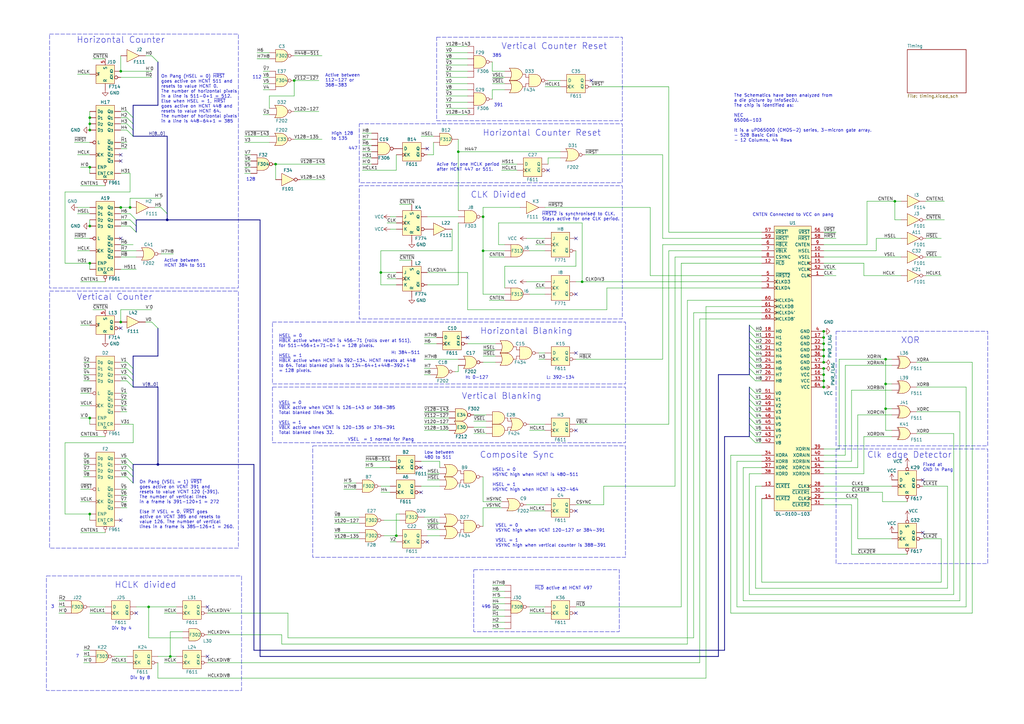
<source format=kicad_sch>
(kicad_sch (version 20231120) (generator "eeschema") (generator_version "8.0")
  (paper "A3")
  (title_block (title "Capcom DL-010D-103") (date "2025-09-18") (company "Ulf Skutnabba, twitter: @skutis77"))
  (junction (at 113.03 67.31))
  (junction (at 337.82 148.59))
  (junction (at 337.82 153.67))
  (junction (at 49.53 29.21))
  (junction (at 337.82 138.43))
  (junction (at 36.83 92.71))
  (junction (at 187.96 62.23))
  (junction (at 68.58 90.17))
  (junction (at 69.85 269.24))
  (junction (at 198.12 102.87))
  (junction (at 337.82 151.13))
  (junction (at 337.82 156.21))
  (junction (at 36.83 50.8))
  (junction (at 337.82 146.05))
  (junction (at 238.76 115.57))
  (junction (at 156.21 111.76))
  (junction (at 36.83 48.26))
  (junction (at 64.77 190.5))
  (junction (at 49.53 132.08))
  (junction (at 49.53 85.09))
  (junction (at 36.83 210.82))
  (junction (at 36.83 53.34))
  (junction (at 337.82 140.97))
  (junction (at 60.96 248.92))
  (junction (at 36.83 107.95))
  (junction (at 53.34 85.09))
  (junction (at 36.83 68.58))
  (junction (at 120.65 33.02))
  (junction (at 337.82 158.75))
  (junction (at 337.82 135.89))
  (junction (at 337.82 143.51))
  (junction (at 363.22 147.32))
  (junction (at 363.22 157.48))
  (junction (at 363.22 167.64))
  (junction (at 367.03 82.55))
  (junction (at 36.83 171.45))
  (junction (at 162.56 219.71))
  (junction (at 198.12 88.9))
  (no_connect (at 49.53 97.79))
  (no_connect (at 49.53 134.62))
  (no_connect (at 236.22 144.78))
  (no_connect (at 172.72 201.93))
  (no_connect (at 236.22 120.65))
  (no_connect (at 49.53 213.36))
  (no_connect (at 85.09 269.24))
  (no_connect (at 236.22 97.79))
  (no_connect (at 49.53 66.04))
  (no_connect (at 172.72 191.77))
  (no_connect (at 175.26 60.96))
  (no_connect (at 224.79 69.85))
  (no_connect (at 378.46 218.44))
  (no_connect (at 236.22 176.53))
  (no_connect (at 378.46 196.85))
  (no_connect (at 49.53 63.5))
  (no_connect (at 85.09 248.92))
  (no_connect (at 236.22 209.55))
  (no_connect (at 55.88 251.46))
  (no_connect (at 175.26 222.25))
  (no_connect (at 191.77 138.43))
  (no_connect (at 242.57 33.02))
  (no_connect (at 236.22 251.46))
  (bus_entry (at 307.34 171.45) (size 2.54 2.54))
  (bus_entry (at 307.34 143.51) (size 2.54 2.54))
  (bus_entry (at 307.34 176.53) (size 2.54 2.54))
  (bus_entry (at 307.34 166.37) (size 2.54 2.54))
  (bus_entry (at 52.07 48.26) (size 2.54 2.54))
  (bus_entry (at 307.34 161.29) (size 2.54 2.54))
  (bus_entry (at 52.07 153.67) (size 2.54 2.54))
  (bus_entry (at 62.23 22.86) (size 2.54 2.54))
  (bus_entry (at 52.07 156.21) (size 2.54 2.54))
  (bus_entry (at 52.07 148.59) (size 2.54 2.54))
  (bus_entry (at 62.23 132.08) (size 2.54 2.54))
  (bus_entry (at 307.34 163.83) (size 2.54 2.54))
  (bus_entry (at 53.34 92.71) (size 2.54 2.54))
  (bus_entry (at 307.34 135.89) (size 2.54 2.54))
  (bus_entry (at 52.07 50.8) (size 2.54 2.54))
  (bus_entry (at 307.34 138.43) (size 2.54 2.54))
  (bus_entry (at 307.34 140.97) (size 2.54 2.54))
  (bus_entry (at 307.34 146.05) (size 2.54 2.54))
  (bus_entry (at 53.34 87.63) (size 2.54 2.54))
  (bus_entry (at 307.34 168.91) (size 2.54 2.54))
  (bus_entry (at 52.07 190.5) (size 2.54 2.54))
  (bus_entry (at 307.34 151.13) (size 2.54 2.54))
  (bus_entry (at 307.34 173.99) (size 2.54 2.54))
  (bus_entry (at 52.07 45.72) (size 2.54 2.54))
  (bus_entry (at 52.07 53.34) (size 2.54 2.54))
  (bus_entry (at 307.34 158.75) (size 2.54 2.54))
  (bus_entry (at 52.07 187.96) (size 2.54 2.54))
  (bus_entry (at 307.34 153.67) (size 2.54 2.54))
  (bus_entry (at 53.34 90.17) (size 2.54 2.54))
  (bus_entry (at 52.07 195.58) (size 2.54 2.54))
  (bus_entry (at 307.34 148.59) (size 2.54 2.54))
  (bus_entry (at 52.07 193.04) (size 2.54 2.54))
  (bus_entry (at 52.07 151.13) (size 2.54 2.54))
  (bus_entry (at 307.34 179.07) (size 2.54 2.54))
  (bus_entry (at 66.04 85.09) (size 2.54 2.54))
  (bus_entry (at 307.34 133.35) (size 2.54 2.54))
  (wire (pts (xy 123.19 73.66) (xy 133.35 73.66)))
  (wire (pts (xy 274.32 35.56) (xy 274.32 95.25)))
  (wire (pts (xy 107.95 29.21) (xy 110.49 29.21)))
  (wire (pts (xy 220.98 147.32) (xy 223.52 147.32)))
  (wire (pts (xy 85.09 271.78) (xy 287.02 271.78)))
  (wire (pts (xy 100.33 58.42) (xy 110.49 58.42)))
  (wire (pts (xy 351.79 204.47) (xy 351.79 220.98)))
  (bus (pts (xy 307.34 151.13) (xy 307.34 153.67)))
  (wire (pts (xy 173.99 176.53) (xy 184.15 176.53)))
  (bus (pts (xy 64.77 146.05) (xy 54.61 146.05)))
  (wire (pts (xy 26.67 210.82) (xy 36.83 210.82)))
  (wire (pts (xy 49.53 29.21) (xy 49.53 22.86)))
  (wire (pts (xy 163.83 106.68) (xy 168.91 106.68)))
  (bus (pts (xy 307.34 176.53) (xy 307.34 179.07)))
  (wire (pts (xy 304.8 191.77) (xy 312.42 191.77)))
  (wire (pts (xy 337.82 110.49) (xy 342.9 110.49)))
  (bus (pts (xy 307.34 163.83) (xy 307.34 166.37)))
  (wire (pts (xy 185.42 102.87) (xy 156.21 102.87)))
  (bus (pts (xy 54.61 48.26) (xy 54.61 50.8)))
  (wire (pts (xy 207.01 102.87) (xy 198.12 102.87)))
  (wire (pts (xy 217.17 209.55) (xy 223.52 209.55)))
  (wire (pts (xy 351.79 170.18) (xy 365.76 170.18)))
  (wire (pts (xy 224.79 33.02) (xy 229.87 33.02)))
  (wire (pts (xy 33.02 200.66) (xy 36.83 200.66)))
  (wire (pts (xy 162.56 210.82) (xy 162.56 219.71)))
  (wire (pts (xy 100.33 66.04) (xy 102.87 66.04)))
  (wire (pts (xy 34.29 148.59) (xy 36.83 148.59)))
  (wire (pts (xy 137.16 214.63) (xy 147.32 214.63)))
  (wire (pts (xy 363.22 176.53) (xy 363.22 167.64)))
  (wire (pts (xy 60.96 248.92) (xy 72.39 248.92)))
  (wire (pts (xy 45.72 271.78) (xy 52.07 271.78)))
  (wire (pts (xy 31.75 30.48) (xy 36.83 30.48)))
  (wire (pts (xy 63.5 85.09) (xy 66.04 85.09)))
  (wire (pts (xy 398.78 251.46) (xy 299.72 251.46)))
  (bus (pts (xy 64.77 43.18) (xy 54.61 43.18)))
  (wire (pts (xy 149.86 191.77) (xy 160.02 191.77)))
  (bus (pts (xy 68.58 55.88) (xy 68.58 87.63)))
  (wire (pts (xy 137.16 218.44) (xy 147.32 218.44)))
  (wire (pts (xy 120.65 33.02) (xy 130.81 33.02)))
  (wire (pts (xy 175.26 194.31) (xy 180.34 194.31)))
  (wire (pts (xy 365.76 167.64) (xy 363.22 167.64)))
  (wire (pts (xy 34.29 156.21) (xy 36.83 156.21)))
  (wire (pts (xy 378.46 199.39) (xy 388.62 199.39)))
  (wire (pts (xy 175.26 116.84) (xy 187.96 116.84)))
  (wire (pts (xy 375.92 158.75) (xy 396.24 158.75)))
  (wire (pts (xy 173.99 171.45) (xy 184.15 171.45)))
  (bus (pts (xy 68.58 90.17) (xy 55.88 90.17)))
  (wire (pts (xy 107.95 31.75) (xy 110.49 31.75)))
  (wire (pts (xy 355.6 100.33) (xy 355.6 82.55)))
  (wire (pts (xy 182.88 21.59) (xy 191.77 21.59)))
  (wire (pts (xy 49.53 58.42) (xy 52.07 58.42)))
  (wire (pts (xy 309.88 181.61) (xy 312.42 181.61)))
  (wire (pts (xy 351.79 170.18) (xy 351.79 191.77)))
  (wire (pts (xy 299.72 251.46) (xy 299.72 186.69)))
  (wire (pts (xy 64.77 271.78) (xy 64.77 278.13)))
  (wire (pts (xy 185.42 93.98) (xy 185.42 102.87)))
  (bus (pts (xy 307.34 161.29) (xy 307.34 163.83)))
  (wire (pts (xy 312.42 118.11) (xy 248.92 118.11)))
  (wire (pts (xy 113.03 67.31) (xy 113.03 73.66)))
  (bus (pts (xy 307.34 138.43) (xy 307.34 140.97)))
  (wire (pts (xy 187.96 62.23) (xy 187.96 57.15)))
  (wire (pts (xy 355.6 82.55) (xy 367.03 82.55)))
  (wire (pts (xy 363.22 147.32) (xy 363.22 157.48)))
  (wire (pts (xy 337.82 138.43) (xy 337.82 140.97)))
  (wire (pts (xy 49.53 92.71) (xy 53.34 92.71)))
  (wire (pts (xy 49.53 148.59) (xy 52.07 148.59)))
  (bus (pts (xy 54.61 158.75) (xy 64.77 158.75)))
  (wire (pts (xy 49.53 132.08) (xy 49.53 127)))
  (wire (pts (xy 346.71 149.86) (xy 365.76 149.86)))
  (wire (pts (xy 386.08 238.76) (xy 312.42 238.76)))
  (wire (pts (xy 337.82 146.05) (xy 337.82 148.59)))
  (wire (pts (xy 271.78 100.33) (xy 271.78 147.32)))
  (wire (pts (xy 34.29 195.58) (xy 36.83 195.58)))
  (wire (pts (xy 172.72 189.23) (xy 180.34 189.23)))
  (wire (pts (xy 173.99 173.99) (xy 184.15 173.99)))
  (wire (pts (xy 173.99 147.32) (xy 187.96 147.32)))
  (wire (pts (xy 49.53 45.72) (xy 52.07 45.72)))
  (wire (pts (xy 337.82 207.01) (xy 349.25 207.01)))
  (wire (pts (xy 180.34 189.23) (xy 180.34 191.77)))
  (bus (pts (xy 54.61 193.04) (xy 54.61 195.58)))
  (wire (pts (xy 201.93 250.19) (xy 207.01 250.19)))
  (bus (pts (xy 68.58 90.17) (xy 106.68 90.17)))
  (wire (pts (xy 26.67 78.74) (xy 26.67 107.95)))
  (wire (pts (xy 289.56 278.13) (xy 289.56 125.73)))
  (wire (pts (xy 309.88 146.05) (xy 312.42 146.05)))
  (wire (pts (xy 162.56 69.85) (xy 162.56 63.5)))
  (bus (pts (xy 307.34 168.91) (xy 307.34 171.45)))
  (bus (pts (xy 54.61 55.88) (xy 68.58 55.88)))
  (wire (pts (xy 349.25 160.02) (xy 365.76 160.02)))
  (wire (pts (xy 148.59 57.15) (xy 152.4 57.15)))
  (wire (pts (xy 182.88 31.75) (xy 191.77 31.75)))
  (bus (pts (xy 55.88 90.17) (xy 55.88 92.71)))
  (wire (pts (xy 182.88 19.05) (xy 191.77 19.05)))
  (wire (pts (xy 302.26 248.92) (xy 302.26 189.23)))
  (bus (pts (xy 54.61 151.13) (xy 54.61 153.67)))
  (bus (pts (xy 54.61 53.34) (xy 54.61 55.88)))
  (wire (pts (xy 163.83 83.82) (xy 168.91 83.82)))
  (wire (pts (xy 207.01 109.22) (xy 207.01 118.11)))
  (wire (pts (xy 281.94 264.16) (xy 115.57 264.16)))
  (wire (pts (xy 187.96 116.84) (xy 187.96 91.44)))
  (wire (pts (xy 236.22 102.87) (xy 236.22 109.22)))
  (wire (pts (xy 287.02 271.78) (xy 287.02 130.81)))
  (wire (pts (xy 372.11 227.33) (xy 349.25 227.33)))
  (wire (pts (xy 276.86 105.41) (xy 312.42 105.41)))
  (bus (pts (xy 307.34 140.97) (xy 307.34 143.51)))
  (wire (pts (xy 217.17 176.53) (xy 223.52 176.53)))
  (wire (pts (xy 26.67 181.61) (xy 26.67 210.82)))
  (bus (pts (xy 55.88 92.71) (xy 55.88 95.25)))
  (wire (pts (xy 49.53 168.91) (xy 52.07 168.91)))
  (wire (pts (xy 85.09 260.35) (xy 115.57 260.35)))
  (wire (pts (xy 66.04 104.14) (xy 71.12 104.14)))
  (wire (pts (xy 198.12 208.28) (xy 198.12 215.9)))
  (wire (pts (xy 289.56 125.73) (xy 312.42 125.73)))
  (wire (pts (xy 213.36 85.09) (xy 198.12 85.09)))
  (wire (pts (xy 304.8 246.38) (xy 304.8 191.77)))
  (wire (pts (xy 309.88 140.97) (xy 312.42 140.97)))
  (wire (pts (xy 175.26 63.5) (xy 177.8 63.5)))
  (wire (pts (xy 53.34 85.09) (xy 53.34 81.28)))
  (wire (pts (xy 386.08 220.98) (xy 386.08 238.76)))
  (wire (pts (xy 201.93 247.65) (xy 207.01 247.65)))
  (wire (pts (xy 274.32 102.87) (xy 312.42 102.87)))
  (wire (pts (xy 54.61 173.99) (xy 54.61 181.61)))
  (wire (pts (xy 367.03 90.17) (xy 367.03 82.55)))
  (wire (pts (xy 281.94 123.19) (xy 281.94 264.16)))
  (wire (pts (xy 217.17 173.99) (xy 223.52 173.99)))
  (wire (pts (xy 337.82 201.93) (xy 361.95 201.93)))
  (wire (pts (xy 215.9 115.57) (xy 223.52 115.57)))
  (wire (pts (xy 140.97 200.66) (xy 146.05 200.66)))
  (wire (pts (xy 309.88 199.39) (xy 312.42 199.39)))
  (wire (pts (xy 307.34 243.84) (xy 307.34 194.31)))
  (wire (pts (xy 309.88 176.53) (xy 312.42 176.53)))
  (wire (pts (xy 220.98 144.78) (xy 223.52 144.78)))
  (wire (pts (xy 162.56 210.82) (xy 163.83 210.82)))
  (bus (pts (xy 307.34 135.89) (xy 307.34 138.43)))
  (wire (pts (xy 309.88 156.21) (xy 312.42 156.21)))
  (wire (pts (xy 186.69 152.4) (xy 187.96 152.4)))
  (wire (pts (xy 173.99 212.09) (xy 180.34 212.09)))
  (wire (pts (xy 337.82 95.25) (xy 342.9 95.25)))
  (wire (pts (xy 238.76 115.57) (xy 312.42 115.57)))
  (wire (pts (xy 49.53 151.13) (xy 52.07 151.13)))
  (wire (pts (xy 236.22 173.99) (xy 274.32 173.99)))
  (wire (pts (xy 49.53 105.41) (xy 55.88 105.41)))
  (wire (pts (xy 36.83 210.82) (xy 36.83 213.36)))
  (wire (pts (xy 309.88 135.89) (xy 312.42 135.89)))
  (wire (pts (xy 217.17 251.46) (xy 223.52 251.46)))
  (wire (pts (xy 177.8 58.42) (xy 177.8 63.5)))
  (wire (pts (xy 34.29 190.5) (xy 36.83 190.5)))
  (wire (pts (xy 34.29 269.24) (xy 36.83 269.24)))
  (wire (pts (xy 375.92 148.59) (xy 398.78 148.59)))
  (wire (pts (xy 396.24 248.92) (xy 302.26 248.92)))
  (wire (pts (xy 36.83 50.8) (xy 36.83 53.34)))
  (wire (pts (xy 182.88 41.91) (xy 191.77 41.91)))
  (wire (pts (xy 201.93 25.4) (xy 201.93 29.21)))
  (wire (pts (xy 49.53 60.96) (xy 52.07 60.96)))
  (wire (pts (xy 344.17 184.15) (xy 344.17 147.32)))
  (wire (pts (xy 198.12 146.05) (xy 203.2 146.05)))
  (wire (pts (xy 205.74 67.31) (xy 212.09 67.31)))
  (wire (pts (xy 107.95 36.83) (xy 110.49 36.83)))
  (wire (pts (xy 140.97 198.12) (xy 146.05 198.12)))
  (wire (pts (xy 299.72 186.69) (xy 312.42 186.69)))
  (wire (pts (xy 118.11 261.62) (xy 284.48 261.62)))
  (wire (pts (xy 201.93 29.21) (xy 207.01 29.21)))
  (wire (pts (xy 194.31 177.8) (xy 199.39 177.8)))
  (wire (pts (xy 312.42 128.27) (xy 284.48 128.27)))
  (bus (pts (xy 297.18 179.07) (xy 307.34 179.07)))
  (wire (pts (xy 53.34 78.74) (xy 26.67 78.74)))
  (wire (pts (xy 351.79 191.77) (xy 337.82 191.77)))
  (wire (pts (xy 24.13 246.38) (xy 26.67 246.38)))
  (wire (pts (xy 31.75 63.5) (xy 36.83 63.5)))
  (wire (pts (xy 271.78 63.5) (xy 271.78 97.79)))
  (wire (pts (xy 49.53 71.12) (xy 53.34 71.12)))
  (bus (pts (xy 64.77 190.5) (xy 54.61 190.5)))
  (bus (pts (xy 307.34 171.45) (xy 307.34 173.99)))
  (wire (pts (xy 173.99 153.67) (xy 176.53 153.67)))
  (wire (pts (xy 276.86 199.39) (xy 276.86 105.41)))
  (wire (pts (xy 118.11 251.46) (xy 118.11 261.62)))
  (wire (pts (xy 74.93 261.62) (xy 60.96 261.62)))
  (wire (pts (xy 309.88 179.07) (xy 312.42 179.07)))
  (wire (pts (xy 34.29 266.7) (xy 36.83 266.7)))
  (wire (pts (xy 398.78 148.59) (xy 398.78 251.46)))
  (wire (pts (xy 223.52 85.09) (xy 266.7 85.09)))
  (wire (pts (xy 191.77 140.97) (xy 203.2 140.97)))
  (wire (pts (xy 49.53 200.66) (xy 52.07 200.66)))
  (wire (pts (xy 49.53 127) (xy 62.23 127)))
  (wire (pts (xy 60.96 261.62) (xy 60.96 248.92)))
  (wire (pts (xy 302.26 189.23) (xy 312.42 189.23)))
  (wire (pts (xy 200.66 123.19) (xy 207.01 123.19)))
  (wire (pts (xy 107.95 34.29) (xy 110.49 34.29)))
  (wire (pts (xy 158.75 114.3) (xy 162.56 114.3)))
  (wire (pts (xy 337.82 184.15) (xy 344.17 184.15)))
  (wire (pts (xy 49.53 193.04) (xy 52.07 193.04)))
  (wire (pts (xy 36.83 171.45) (xy 36.83 173.99)))
  (wire (pts (xy 49.53 195.58) (xy 52.07 195.58)))
  (wire (pts (xy 69.85 259.08) (xy 69.85 269.24)))
  (wire (pts (xy 148.59 69.85) (xy 162.56 69.85)))
  (wire (pts (xy 217.17 120.65) (xy 223.52 120.65)))
  (wire (pts (xy 309.88 163.83) (xy 312.42 163.83)))
  (bus (pts (xy 54.61 146.05) (xy 54.61 151.13)))
  (wire (pts (xy 173.99 151.13) (xy 176.53 151.13)))
  (wire (pts (xy 49.53 205.74) (xy 52.07 205.74)))
  (wire (pts (xy 379.73 90.17) (xy 387.35 90.17)))
  (wire (pts (xy 201.93 252.73) (xy 207.01 252.73)))
  (wire (pts (xy 36.83 45.72) (xy 36.83 48.26)))
  (bus (pts (xy 307.34 166.37) (xy 307.34 168.91)))
  (bus (pts (xy 64.77 158.75) (xy 64.77 190.5)))
  (wire (pts (xy 198.12 208.28) (xy 205.74 208.28)))
  (wire (pts (xy 375.92 177.8) (xy 391.16 177.8)))
  (wire (pts (xy 205.74 69.85) (xy 212.09 69.85)))
  (wire (pts (xy 33.02 68.58) (xy 36.83 68.58)))
  (wire (pts (xy 198.12 120.65) (xy 198.12 102.87)))
  (wire (pts (xy 247.65 199.39) (xy 276.86 199.39)))
  (wire (pts (xy 349.25 189.23) (xy 337.82 189.23)))
  (wire (pts (xy 365.76 176.53) (xy 363.22 176.53)))
  (wire (pts (xy 34.29 153.67) (xy 36.83 153.67)))
  (wire (pts (xy 64.77 278.13) (xy 289.56 278.13)))
  (wire (pts (xy 224.79 67.31) (xy 224.79 64.77)))
  (wire (pts (xy 309.88 161.29) (xy 312.42 161.29)))
  (bus (pts (xy 54.61 156.21) (xy 54.61 158.75)))
  (wire (pts (xy 312.42 204.47) (xy 312.42 238.76)))
  (wire (pts (xy 36.83 248.92) (xy 43.18 248.92)))
  (wire (pts (xy 312.42 100.33) (xy 271.78 100.33)))
  (wire (pts (xy 156.21 199.39) (xy 160.02 199.39)))
  (wire (pts (xy 113.03 67.31) (xy 133.35 67.31)))
  (wire (pts (xy 363.22 157.48) (xy 365.76 157.48)))
  (wire (pts (xy 100.33 63.5) (xy 102.87 63.5)))
  (wire (pts (xy 49.53 50.8) (xy 52.07 50.8)))
  (bus (pts (xy 297.18 179.07) (xy 297.18 266.7)))
  (wire (pts (xy 367.03 82.55) (xy 369.57 82.55)))
  (wire (pts (xy 49.53 90.17) (xy 53.34 90.17)))
  (wire (pts (xy 173.99 168.91) (xy 184.15 168.91)))
  (wire (pts (xy 219.71 100.33) (xy 223.52 100.33)))
  (wire (pts (xy 34.29 151.13) (xy 36.83 151.13)))
  (wire (pts (xy 354.33 113.03) (xy 354.33 107.95)))
  (wire (pts (xy 266.7 113.03) (xy 312.42 113.03)))
  (wire (pts (xy 115.57 264.16) (xy 115.57 260.35)))
  (wire (pts (xy 55.88 248.92) (xy 60.96 248.92)))
  (bus (pts (xy 307.34 148.59) (xy 307.34 151.13)))
  (wire (pts (xy 238.76 91.44) (xy 238.76 115.57)))
  (wire (pts (xy 217.17 248.92) (xy 223.52 248.92)))
  (wire (pts (xy 49.53 161.29) (xy 52.07 161.29)))
  (wire (pts (xy 393.7 168.91) (xy 393.7 246.38)))
  (wire (pts (xy 248.92 127) (xy 191.77 127)))
  (wire (pts (xy 53.34 71.12) (xy 53.34 78.74)))
  (wire (pts (xy 266.7 85.09) (xy 266.7 113.03)))
  (wire (pts (xy 175.26 214.63) (xy 180.34 214.63)))
  (wire (pts (xy 337.82 156.21) (xy 337.82 158.75)))
  (bus (pts (xy 54.61 50.8) (xy 54.61 53.34)))
  (wire (pts (xy 201.93 34.29) (xy 207.01 34.29)))
  (wire (pts (xy 201.93 40.64) (xy 201.93 36.83)))
  (bus (pts (xy 104.14 266.7) (xy 297.18 266.7)))
  (wire (pts (xy 26.67 107.95) (xy 36.83 107.95)))
  (wire (pts (xy 110.49 39.37) (xy 110.49 44.45)))
  (wire (pts (xy 33.02 179.07) (xy 43.18 179.07)))
  (wire (pts (xy 236.22 115.57) (xy 238.76 115.57)))
  (wire (pts (xy 236.22 207.01) (xy 247.65 207.01)))
  (wire (pts (xy 148.59 67.31) (xy 152.4 67.31)))
  (wire (pts (xy 337.82 135.89) (xy 337.82 138.43)))
  (wire (pts (xy 187.96 62.23) (xy 229.87 62.23)))
  (wire (pts (xy 274.32 173.99) (xy 274.32 102.87)))
  (wire (pts (xy 160.02 88.9) (xy 162.56 88.9)))
  (wire (pts (xy 388.62 199.39) (xy 388.62 241.3)))
  (wire (pts (xy 34.29 193.04) (xy 36.83 193.04)))
  (wire (pts (xy 49.53 31.75) (xy 62.23 31.75)))
  (wire (pts (xy 34.29 187.96) (xy 36.83 187.96)))
  (bus (pts (xy 307.34 143.51) (xy 307.34 146.05)))
  (wire (pts (xy 33.02 76.2) (xy 43.18 76.2)))
  (wire (pts (xy 279.4 248.92) (xy 279.4 107.95)))
  (wire (pts (xy 309.88 171.45) (xy 312.42 171.45)))
  (wire (pts (xy 236.22 248.92) (xy 279.4 248.92)))
  (wire (pts (xy 312.42 123.19) (xy 281.94 123.19)))
  (wire (pts (xy 201.93 257.81) (xy 207.01 257.81)))
  (wire (pts (xy 175.26 217.17) (xy 180.34 217.17)))
  (wire (pts (xy 309.88 199.39) (xy 309.88 241.3)))
  (wire (pts (xy 100.33 71.12) (xy 102.87 71.12)))
  (wire (pts (xy 248.92 118.11) (xy 248.92 127)))
  (wire (pts (xy 354.33 179.07) (xy 354.33 194.31)))
  (wire (pts (xy 173.99 138.43) (xy 179.07 138.43)))
  (bus (pts (xy 307.34 173.99) (xy 307.34 176.53)))
  (bus (pts (xy 104.14 190.5) (xy 64.77 190.5)))
  (wire (pts (xy 201.93 31.75) (xy 207.01 31.75)))
  (wire (pts (xy 388.62 241.3) (xy 309.88 241.3)))
  (wire (pts (xy 182.88 46.99) (xy 191.77 46.99)))
  (bus (pts (xy 54.61 190.5) (xy 54.61 193.04)))
  (wire (pts (xy 49.53 110.49) (xy 55.88 110.49)))
  (wire (pts (xy 148.59 54.61) (xy 152.4 54.61)))
  (wire (pts (xy 309.88 138.43) (xy 312.42 138.43)))
  (wire (pts (xy 156.21 111.76) (xy 156.21 116.84)))
  (wire (pts (xy 156.21 111.76) (xy 162.56 111.76)))
  (wire (pts (xy 137.16 220.98) (xy 147.32 220.98)))
  (wire (pts (xy 74.93 259.08) (xy 69.85 259.08)))
  (wire (pts (xy 346.71 149.86) (xy 346.71 186.69)))
  (wire (pts (xy 194.31 170.18) (xy 199.39 170.18)))
  (wire (pts (xy 309.88 173.99) (xy 312.42 173.99)))
  (wire (pts (xy 36.83 48.26) (xy 36.83 50.8)))
  (bus (pts (xy 106.68 269.24) (xy 294.64 269.24)))
  (wire (pts (xy 158.75 91.44) (xy 162.56 91.44)))
  (wire (pts (xy 85.09 251.46) (xy 118.11 251.46)))
  (wire (pts (xy 309.88 153.67) (xy 312.42 153.67)))
  (wire (pts (xy 198.12 148.59) (xy 203.2 148.59)))
  (wire (pts (xy 200.66 105.41) (xy 207.01 105.41)))
  (bus (pts (xy 294.64 153.67) (xy 294.64 269.24)))
  (wire (pts (xy 379.73 82.55) (xy 387.35 82.55)))
  (wire (pts (xy 149.86 189.23) (xy 160.02 189.23)))
  (wire (pts (xy 182.88 36.83) (xy 191.77 36.83)))
  (bus (pts (xy 68.58 87.63) (xy 68.58 90.17)))
  (wire (pts (xy 247.65 207.01) (xy 247.65 199.39)))
  (wire (pts (xy 182.88 24.13) (xy 191.77 24.13)))
  (wire (pts (xy 215.9 207.01) (xy 223.52 207.01)))
  (wire (pts (xy 191.77 111.76) (xy 191.77 127)))
  (wire (pts (xy 393.7 246.38) (xy 304.8 246.38)))
  (wire (pts (xy 194.31 175.26) (xy 199.39 175.26)))
  (bus (pts (xy 64.77 134.62) (xy 64.77 146.05)))
  (wire (pts (xy 367.03 90.17) (xy 369.57 90.17)))
  (wire (pts (xy 24.13 248.92) (xy 26.67 248.92)))
  (wire (pts (xy 46.99 269.24) (xy 52.07 269.24)))
  (wire (pts (xy 198.12 85.09) (xy 198.12 88.9)))
  (wire (pts (xy 242.57 35.56) (xy 274.32 35.56)))
  (wire (pts (xy 351.79 220.98) (xy 365.76 220.98)))
  (wire (pts (xy 120.65 22.86) (xy 132.08 22.86)))
  (wire (pts (xy 172.72 55.88) (xy 177.8 55.88)))
  (wire (pts (xy 107.95 46.99) (xy 110.49 46.99)))
  (wire (pts (xy 359.41 97.79) (xy 359.41 102.87)))
  (wire (pts (xy 46.99 85.09) (xy 49.53 85.09)))
  (wire (pts (xy 204.47 100.33) (xy 207.01 100.33)))
  (wire (pts (xy 307.34 194.31) (xy 312.42 194.31)))
  (wire (pts (xy 182.88 39.37) (xy 191.77 39.37)))
  (wire (pts (xy 236.22 109.22) (xy 207.01 109.22)))
  (wire (pts (xy 201.93 255.27) (xy 207.01 255.27)))
  (wire (pts (xy 238.76 91.44) (xy 204.47 91.44)))
  (wire (pts (xy 100.33 68.58) (xy 102.87 68.58)))
  (wire (pts (xy 36.83 251.46) (xy 43.18 251.46)))
  (wire (pts (xy 337.82 153.67) (xy 337.82 156.21)))
  (wire (pts (xy 236.22 147.32) (xy 271.78 147.32)))
  (wire (pts (xy 49.53 102.87) (xy 55.88 102.87)))
  (wire (pts (xy 33.02 218.44) (xy 43.18 218.44)))
  (wire (pts (xy 349.25 160.02) (xy 349.25 189.23)))
  (wire (pts (xy 67.31 251.46) (xy 72.39 251.46)))
  (wire (pts (xy 148.59 62.23) (xy 152.4 62.23)))
  (wire (pts (xy 36.83 90.17) (xy 36.83 92.71)))
  (bus (pts (xy 54.61 195.58) (xy 54.61 198.12)))
  (wire (pts (xy 59.69 132.08) (xy 62.23 132.08)))
  (wire (pts (xy 173.99 140.97) (xy 179.07 140.97)))
  (wire (pts (xy 49.53 53.34) (xy 52.07 53.34)))
  (wire (pts (xy 205.74 205.74) (xy 198.12 205.74)))
  (wire (pts (xy 201.93 36.83) (xy 207.01 36.83)))
  (wire (pts (xy 157.48 219.71) (xy 162.56 219.71)))
  (wire (pts (xy 363.22 167.64) (xy 363.22 157.48)))
  (wire (pts (xy 148.59 59.69) (xy 152.4 59.69)))
  (wire (pts (xy 274.32 95.25) (xy 312.42 95.25)))
  (wire (pts (xy 337.82 204.47) (xy 351.79 204.47)))
  (wire (pts (xy 49.53 85.09) (xy 53.34 85.09)))
  (wire (pts (xy 49.53 190.5) (xy 52.07 190.5)))
  (wire (pts (xy 346.71 186.69) (xy 337.82 186.69)))
  (wire (pts (xy 361.95 201.93) (xy 361.95 205.74)))
  (wire (pts (xy 54.61 173.99) (xy 49.53 173.99)))
  (wire (pts (xy 49.53 163.83) (xy 52.07 163.83)))
  (wire (pts (xy 30.48 97.79) (xy 36.83 97.79)))
  (wire (pts (xy 309.88 143.51) (xy 312.42 143.51)))
  (wire (pts (xy 337.82 102.87) (xy 359.41 102.87)))
  (wire (pts (xy 120.65 57.15) (xy 132.08 57.15)))
  (bus (pts (xy 307.34 158.75) (xy 307.34 161.29)))
  (wire (pts (xy 224.79 64.77) (xy 229.87 64.77)))
  (wire (pts (xy 36.83 107.95) (xy 36.83 110.49)))
  (wire (pts (xy 38.1 24.13) (xy 43.18 24.13)))
  (wire (pts (xy 33.02 166.37) (xy 36.83 166.37)))
  (wire (pts (xy 354.33 194.31) (xy 337.82 194.31)))
  (wire (pts (xy 337.82 105.41) (xy 369.57 105.41)))
  (wire (pts (xy 182.88 26.67) (xy 191.77 26.67)))
  (wire (pts (xy 182.88 29.21) (xy 191.77 29.21)))
  (wire (pts (xy 175.26 219.71) (xy 180.34 219.71)))
  (wire (pts (xy 354.33 113.03) (xy 369.57 113.03)))
  (wire (pts (xy 49.53 187.96) (xy 52.07 187.96)))
  (wire (pts (xy 156.21 201.93) (xy 160.02 201.93)))
  (bus (pts (xy 54.61 43.18) (xy 54.61 48.26)))
  (wire (pts (xy 337.82 140.97) (xy 337.82 143.51)))
  (wire (pts (xy 287.02 130.81) (xy 312.42 130.81)))
  (wire (pts (xy 187.96 62.23) (xy 187.96 86.36)))
  (wire (pts (xy 34.29 271.78) (xy 36.83 271.78)))
  (wire (pts (xy 33.02 171.45) (xy 36.83 171.45)))
  (wire (pts (xy 36.83 68.58) (xy 36.83 71.12)))
  (wire (pts (xy 49.53 203.2) (xy 52.07 203.2)))
  (bus (pts (xy 294.64 153.67) (xy 307.34 153.67)))
  (wire (pts (xy 175.26 88.9) (xy 187.96 88.9)))
  (wire (pts (xy 120.65 45.72) (xy 130.81 45.72)))
  (wire (pts (xy 201.93 240.03) (xy 207.01 240.03)))
  (wire (pts (xy 354.33 107.95) (xy 337.82 107.95)))
  (wire (pts (xy 49.53 87.63) (xy 53.34 87.63)))
  (wire (pts (xy 175.26 196.85) (xy 180.34 196.85)))
  (wire (pts (xy 162.56 116.84) (xy 156.21 116.84)))
  (wire (pts (xy 49.53 48.26) (xy 52.07 48.26)))
  (wire (pts (xy 31.75 102.87) (xy 36.83 102.87)))
  (wire (pts (xy 120.65 39.37) (xy 110.49 39.37)))
  (wire (pts (xy 337.82 97.79) (xy 342.9 97.79)))
  (wire (pts (xy 279.4 107.95) (xy 312.42 107.95)))
  (wire (pts (xy 379.73 105.41) (xy 386.08 105.41)))
  (wire (pts (xy 49.53 29.21) (xy 62.23 29.21)))
  (wire (pts (xy 223.52 35.56) (xy 229.87 35.56)))
  (wire (pts (xy 198.12 195.58) (xy 198.12 205.74)))
  (bus (pts (xy 64.77 25.4) (xy 64.77 43.18)))
  (wire (pts (xy 309.88 166.37) (xy 312.42 166.37)))
  (wire (pts (xy 284.48 128.27) (xy 284.48 261.62)))
  (wire (pts (xy 182.88 44.45) (xy 191.77 44.45)))
  (wire (pts (xy 194.31 172.72) (xy 199.39 172.72)))
  (wire (pts (xy 49.53 166.37) (xy 52.07 166.37)))
  (wire (pts (xy 100.33 55.88) (xy 110.49 55.88)))
  (wire (pts (xy 30.48 58.42) (xy 36.83 58.42)))
  (wire (pts (xy 157.48 213.36) (xy 163.83 213.36)))
  (wire (pts (xy 105.41 21.59) (xy 110.49 21.59)))
  (wire (pts (xy 337.82 100.33) (xy 355.6 100.33)))
  (wire (pts (xy 271.78 97.79) (xy 312.42 97.79)))
  (wire (pts (xy 337.82 113.03) (xy 342.9 113.03)))
  (wire (pts (xy 54.61 181.61) (xy 26.67 181.61)))
  (bus (pts (xy 106.68 269.24) (xy 106.68 90.17)))
  (wire (pts (xy 337.82 151.13) (xy 337.82 153.67)))
  (wire (pts (xy 198.12 88.9) (xy 198.12 102.87)))
  (wire (pts (xy 217.17 102.87) (xy 223.52 102.87)))
  (wire (pts (xy 198.12 120.65) (xy 207.01 120.65)))
  (wire (pts (xy 198.12 143.51) (xy 203.2 143.51)))
  (wire (pts (xy 215.9 97.79) (xy 223.52 97.79)))
  (wire (pts (xy 172.72 199.39) (xy 180.34 199.39)))
  (wire (pts (xy 359.41 97.79) (xy 369.57 97.79)))
  (wire (pts (xy 33.02 161.29) (xy 36.83 161.29)))
  (wire (pts (xy 337.82 143.51) (xy 337.82 146.05)))
  (wire (pts (xy 309.88 168.91) (xy 312.42 168.91)))
  (wire (pts (xy 379.73 97.79) (xy 386.08 97.79)))
  (wire (pts (xy 379.73 113.03) (xy 386.08 113.03)))
  (wire (pts (xy 240.03 63.5) (xy 271.78 63.5)))
  (wire (pts (xy 375.92 168.91) (xy 393.7 168.91)))
  (wire (pts (xy 148.59 64.77) (xy 152.4 64.77)))
  (wire (pts (xy 49.53 100.33) (xy 54.61 100.33)))
  (wire (pts (xy 187.96 152.4) (xy 187.96 149.86)))
  (wire (pts (xy 337.82 199.39) (xy 365.76 199.39)))
  (wire (pts (xy 309.88 151.13) (xy 312.42 151.13)))
  (wire (pts (xy 31.75 85.09) (xy 36.83 85.09)))
  (wire (pts (xy 31.75 87.63) (xy 36.83 87.63)))
  (wire (pts (xy 396.24 158.75) (xy 396.24 248.92)))
  (wire (pts (xy 349.25 207.01) (xy 349.25 227.33)))
  (wire (pts (xy 49.53 153.67) (xy 52.07 153.67)))
  (wire (pts (xy 201.93 245.11) (xy 207.01 245.11)))
  (wire (pts (xy 344.17 147.32) (xy 363.22 147.32)))
  (wire (pts (xy 67.31 271.78) (xy 72.39 271.78)))
  (wire (pts (xy 64.77 269.24) (xy 69.85 269.24)))
  (wire (pts (xy 120.65 33.02) (xy 120.65 39.37)))
  (wire (pts (xy 49.53 208.28) (xy 52.07 208.28)))
  (bus (pts (xy 307.34 133.35) (xy 307.34 135.89)))
  (wire (pts (xy 38.1 127) (xy 43.18 127)))
  (wire (pts (xy 391.16 243.84) (xy 307.34 243.84)))
  (bus (pts (xy 104.14 190.5) (xy 104.14 266.7)))
  (wire (pts (xy 49.53 156.21) (xy 52.07 156.21)))
  (wire (pts (xy 24.13 251.46) (xy 26.67 251.46)))
  (wire (pts (xy 69.85 269.24) (xy 72.39 269.24)))
  (wire (pts (xy 201.93 242.57) (xy 207.01 242.57)))
  (wire (pts (xy 53.34 81.28) (xy 66.04 81.28)))
  (wire (pts (xy 309.88 148.59) (xy 312.42 148.59)))
  (wire (pts (xy 363.22 147.32) (xy 365.76 147.32)))
  (wire (pts (xy 105.41 24.13) (xy 110.49 24.13)))
  (wire (pts (xy 361.95 205.74) (xy 372.11 205.74)))
  (wire (pts (xy 204.47 91.44) (xy 204.47 100.33)))
  (wire (pts (xy 147.32 212.09) (xy 137.16 212.09)))
  (wire (pts (xy 175.26 111.76) (xy 191.77 111.76)))
  (wire (pts (xy 33.02 205.74) (xy 36.83 205.74)))
  (wire (pts (xy 219.71 118.11) (xy 223.52 118.11)))
  (wire (pts (xy 156.21 102.87) (xy 156.21 111.76)))
  (wire (pts (xy 391.16 177.8) (xy 391.16 243.84)))
  (wire (pts (xy 160.02 93.98) (xy 162.56 93.98)))
  (wire (pts (xy 59.69 22.86) (xy 62.23 22.86)))
  (wire (pts (xy 182.88 34.29) (xy 191.77 34.29)))
  (wire (pts (xy 33.02 133.35) (xy 36.83 133.35)))
  (wire (pts (xy 378.46 220.98) (xy 386.08 220.98)))
  (wire (pts (xy 162.56 222.25) (xy 160.02 222.25)))
  (bus (pts (xy 307.34 146.05) (xy 307.34 148.59)))
  (bus (pts (xy 54.61 153.67) (xy 54.61 156.21)))
  (wire (pts (xy 33.02 115.57) (xy 43.18 115.57)))
  (wire (pts (xy 354.33 179.07) (xy 365.76 179.07)))
  (rectangle (start 147.32 50.8) (end 255.27 74.93) (stroke (width 0) (type dash)))
  (rectangle (start 19.05 236.22) (end 99.06 283.21) (stroke (width 0) (type dash)))
  (rectangle (start 342.9 184.15) (end 405.13 231.14) (stroke (width 0) (type dash)))
  (rectangle (start 111.76 158.75) (end 256.54 181.61) (stroke (width 0) (type dash)))
  (rectangle (start 20.32 13.97) (end 97.79 118.11) (stroke (width 0) (type dash)))
  (rectangle (start 128.27 182.88) (end 256.54 228.6) (stroke (width 0) (type dash)))
  (rectangle (start 20.32 119.38) (end 97.79 224.79) (stroke (width 0) (type dash)))
  (rectangle (start 111.76 132.08) (end 256.54 157.48) (stroke (width 0) (type dash)))
  (rectangle (start 179.07 15.24) (end 255.27 49.53) (stroke (width 0) (type dash)))
  (rectangle (start 194.31 233.68) (end 254 259.08) (stroke (width 0) (type dash)))
  (rectangle (start 342.9 135.89) (end 405.13 182.88) (stroke (width 0) (type dash)))
  (rectangle (start 147.32 76.2) (end 255.27 130.81) (stroke (width 0) (type dash)))
  (text "447" (at 144.78 60.96 0) (effects (font (size 1.27 1.27))))
  (text "Active between\n112-127 or\n368-383" (at 133.35 33.02 0) (effects (font (size 1.27 1.27)) (justify left)))
  (text "~{HLD} active at HCNT 497" (at 231.14 241.3 0) (effects (font (size 1.27 1.27))))
  (text "H: 0-127" (at 195.58 154.94 0) (effects (font (size 1.27 1.27))))
  (text "VSEL = 0\nVSYNC high when VCNT 120-127 or 384-391\n\nVSEL = 1\nVSYNC high when vertical counter is 388-391\n" (at 203.2 219.71 0) (effects (font (size 1.27 1.27)) (justify left)))
  (text "385" (at 203.835 22.86 0) (effects (font (size 1.27 1.27))))
  (text "496" (at 199.39 248.92 0) (effects (font (size 1.27 1.27))))
  (text "L: 392-134" (at 229.87 154.94 0) (effects (font (size 1.27 1.27))))
  (text "Clk edge Detector" (at 355.6 186.69 0) (effects (font (size 2.54 2.54)) (justify left)))
  (text "VSEL  = 1 normal for Pang" (at 156.21 180.34 0) (effects (font (size 1.27 1.27))))
  (text "Horizontal Counter" (at 49.53 16.51 0) (effects (font (size 2.54 2.54))))
  (text "On Pang (HSEL = 0) ~{HRST}\ngoes active on HCNT 511 and\nresets to value HCNT 0.\nThe number of horizontal pixels \nin a line is 511-0+1 = 512.\nElse when HSEL = 1, ~{HRST}\ngoes active on HCNT 448 and\nresets to value HCNT 64.\nThe number of horizontal pixels\nin a line is 448-64+1 = 385" (at 66.04 40.64 0) (effects (font (size 1.27 1.27)) (justify left)))
  (text "Vertical Counter" (at 46.99 121.92 0) (effects (font (size 2.54 2.54))))
  (text "Fixed at\nGND in Pang" (at 378.46 191.77 0) (effects (font (size 1.27 1.27)) (justify left)))
  (text "XOR" (at 373.38 139.7 0) (effects (font (size 2.54 2.54))))
  (text "~{HRST2} is synchronised to CLK.\nStays active for one CLK period." (at 222.25 88.9 0) (effects (font (size 1.27 1.27)) (justify left)))
  (text "CLK Divided" (at 204.47 80.01 0) (effects (font (size 2.54 2.54))))
  (text "Div by 8" (at 53.34 278.13 0) (effects (font (size 1.27 1.27)) (justify left)))
  (text "Horizontal Blanking" (at 215.9 135.89 0) (effects (font (size 2.54 2.54))))
  (text "112" (at 105.41 31.75 0) (effects (font (size 1.27 1.27))))
  (text "Composite Sync" (at 212.09 186.69 0) (effects (font (size 2.54 2.54))))
  (text "HSEL = 0\nHSYNC high when HCNT is 480-511\n\nHSEL = 1\nHSYNC high when HCNT is 432-464\n" (at 201.93 196.85 0) (effects (font (size 1.27 1.27)) (justify left)))
  (text "Acive for one HCLK period\nafter HCNT 447 or 511." (at 179.07 68.58 0) (effects (font (size 1.27 1.27)) (justify left)))
  (text "Vertical Counter Reset" (at 227.33 19.05 0) (effects (font (size 2.54 2.54))))
  (text "High 128\nto 135" (at 135.89 55.88 0) (effects (font (size 1.27 1.27)) (justify left)))
  (text "Div by 4" (at 45.72 257.81 0) (effects (font (size 1.27 1.27)) (justify left)))
  (text "VSEL = 0\n~{VBLK} active when VCNT is 126-143 or 368-385\nTotal blanked lines 36.\n\nVSEL = 1\n~{VBLK} active when VCNT is 120-135 or 376-391\nTotal blanked lines 32." (at 114.3 171.45 0) (effects (font (size 1.27 1.27)) (justify left)))
  (text "HSEL = 0\n~{HBLK} active when HCNT is 456-71 (rolls over at 511), \nfor 511-456+1+71-0+1 = 128 pixels.\n\nHSEL = 1\n~{HBLK} active when HCNT is 392-134. HCNT resets at 448\nto 64. Total blanked pixels is 134-64+1+448-392+1\n= 128 pixels.\n\n" (at 114.3 154.94 0) (effects (font (size 1.27 1.27)) (justify left bottom)))
  (text "Horizontal Counter Reset" (at 222.25 54.61 0) (effects (font (size 2.54 2.54))))
  (text "H: 384-511" (at 166.37 144.78 0) (effects (font (size 1.27 1.27))))
  (text "Low between\n480 to 511" (at 173.99 186.69 0) (effects (font (size 1.27 1.27)) (justify left)))
  (text "Vertical Blanking" (at 205.74 162.56 0) (effects (font (size 2.54 2.54))))
  (text "The Schematics have been analyzed from\na die picture by InfoSecDJ.\nThe chip is identified as:\n\nNEC\n65006-103\n\nIt is a uPD65000 (CMOS-2) series, 3-micron gate array.\n- 528 Basic Cells\n- 12 Columns, 44 Rows" (at 300.99 58.42 0) (effects (font (size 1.27 1.27)) (justify left bottom)))
  (text "7" (at 31.75 269.24 0) (effects (font (size 1.27 1.27))))
  (text "391" (at 204.47 43.18 0) (effects (font (size 1.27 1.27))))
  (text "3" (at 21.59 248.92 0) (effects (font (size 1.27 1.27))))
  (text "Active between\nHCNT 384 to 511" (at 67.31 107.95 0) (effects (font (size 1.27 1.27)) (justify left)))
  (text "HCLK divided" (at 59.69 240.03 0) (effects (font (size 2.54 2.54))))
  (text "128" (at 102.87 73.66 0) (effects (font (size 1.27 1.27))))
  (text "On Pang (VSEL = 1) ~{VRST}\ngoes active on VCNT 391 and\nresets to value VCNT 120 (~391).\nThe number of vertical lines \nin a frame is 391-120+1 = 272\n\nElse if VSEL = 0, ~{VRST} goes\nactive on VCNT 385 and resets to\nvalue 126. The number of vertical\nlines in a frame is 385-126+1 = 260." (at 57.15 207.01 0) (effects (font (size 1.27 1.27)) (justify left)))
  (text "CNTEN Connected to VCC on pang" (at 308.61 88.9 0) (effects (font (size 1.27 1.27)) (justify left bottom)))
  (label "H'0" (at 59.69 29.21 0))
  (label "~{H}0" (at 59.69 31.75 0))
  (label "HCLK1" (at 379.73 113.03 0))
  (label "VSYNC" (at 199.39 208.28 0))
  (label "H6" (at 105.41 21.59 0))
  (label "H8" (at 173.99 153.67 0))
  (label "~{V}5" (at 49.53 200.66 0))
  (label "H31" (at 49.53 71.12 0))
  (label "V128-143" (at 182.88 19.05 0))
  (label "V128-143" (at 123.19 73.66 0))
  (label "~{CLK1E}" (at 378.46 199.39 0))
  (label "V1" (at 309.88 163.83 0))
  (label "~{VSEL}" (at 175.26 217.17 0))
  (label "V3" (at 100.33 58.42 0))
  (label "~{CNTEN}" (at 379.73 90.17 0))
  (label "H1" (at 34.29 269.24 0))
  (label "H'0" (at 33.02 68.58 0))
  (label "XORA" (at 375.92 148.59 0))
  (label "~{HSEL}" (at 379.73 97.79 0))
  (label "HCLK" (at 67.31 251.46 0))
  (label "XORD" (at 375.92 177.8 0))
  (label "HCLK" (at 31.75 30.48 0))
  (label "~{V}8" (at 49.53 208.28 0))
  (label "~{VSEL}" (at 194.31 172.72 0))
  (label "H7" (at 309.88 153.67 0))
  (label "H'0" (at 34.29 271.78 0))
  (label "~{CLK1ER}" (at 349.25 201.93 0))
  (label "~{V112-127}" (at 173.99 171.45 0))
  (label "~{V}3" (at 182.88 26.67 0))
  (label "V2" (at 49.53 151.13 0))
  (label "H8" (at 49.53 92.71 0))
  (label "H0" (at 309.88 135.89 0))
  (label "H7H8" (at 66.04 104.14 0))
  (label "~{VRST'}" (at 242.57 35.56 0))
  (label "H8" (at 309.88 156.21 0))
  (label "V1" (at 49.53 148.59 0))
  (label "H1" (at 49.53 45.72 0))
  (label "V0" (at 59.69 132.08 0))
  (label "~{V}3" (at 107.95 46.99 0))
  (label "~{CNTEN}" (at 38.1 127 0))
  (label "~{HRST}" (at 30.48 58.42 0))
  (label "~{V}5" (at 100.33 68.58 0))
  (label "H'0" (at 24.13 251.46 0))
  (label "XORC" (at 375.92 168.91 0))
  (label "HCLK1" (at 217.17 251.46 0))
  (label "~{HBLK}" (at 237.49 147.32 0))
  (label "~{V}6" (at 100.33 66.04 0))
  (label "H7" (at 173.99 151.13 0))
  (label "~{HRST'}" (at 240.03 63.5 0))
  (label "CLK1" (at 349.25 199.39 0))
  (label "V120-127" (at 137.16 214.63 0))
  (label "CNTEN1" (at 33.02 115.57 0))
  (label "HSEL" (at 175.26 194.31 0))
  (label "XORB" (at 375.92 158.75 0))
  (label "HCLK1" (at 223.52 35.56 0))
  (label "H'5" (at 148.59 62.23 0))
  (label "V31" (at 49.53 173.99 0))
  (label "CLK" (at 158.75 91.44 0))
  (label "H6" (at 49.53 87.63 0))
  (label "H7" (at 148.59 57.15 0))
  (label "~{CLK2E}" (at 378.46 220.98 0))
  (label "CNTEN1" (at 33.02 218.44 0))
  (label "~{H}2" (at 24.13 246.38 0))
  (label "H7H8" (at 105.41 24.13 0))
  (label "CNTEN" (at 200.66 105.41 0))
  (label "H511" (at 205.74 67.31 0))
  (label "~{VRST}" (at 337.82 95.25 0))
  (label "CSYNC" (at 236.22 207.01 0))
  (label "H4" (at 156.21 201.93 0))
  (label "H447" (at 190.5 62.23 0))
  (label "H[8..0]" (at 60.96 55.88 0))
  (label "H31" (at 31.75 107.95 0))
  (label "~{V}1" (at 182.88 31.75 0))
  (label "~{VRST}" (at 33.02 200.66 0))
  (label "CLK" (at 219.71 100.33 0))
  (label "~{H}7" (at 49.53 102.87 0))
  (label "~{V}7" (at 107.95 29.21 0))
  (label "~{V}5" (at 34.29 156.21 0))
  (label "HSEL" (at 31.75 87.63 0))
  (label "V8" (at 182.88 36.83 0))
  (label "HCLK1" (at 36.83 251.46 0))
  (label "H8" (at 148.59 54.61 0))
  (label "~{HRST}" (at 30.48 97.79 0))
  (label "CNTEN1" (at 33.02 179.07 0))
  (label "HCLKDIV8" (at 85.09 278.13 0))
  (label "~{HRST2}" (at 224.79 85.09 0))
  (label "HSYNC" (at 199.39 205.74 0))
  (label "~{V}3" (at 182.88 39.37 0))
  (label "CNTEN1" (at 379.73 82.55 0))
  (label "VSEL" (at 362.585 105.41 0))
  (label "HCLK1" (at 217.17 176.53 0))
  (label "~{V}3" (at 34.29 151.13 0))
  (label "~{V}2" (at 182.88 29.21 0))
  (label "~{H8}" (at 49.53 105.41 0))
  (label "V128-135" (at 120.65 57.15 0))
  (label "H7H8" (at 201.93 240.03 0))
  (label "H4" (at 49.53 53.34 0))
  (label "V4" (at 107.95 36.83 0))
  (label "V8" (at 49.53 195.58 0))
  (label "~{HSEL}" (at 198.12 146.05 0))
  (label "~{V112-127}" (at 120.65 33.02 0))
  (label "~{HRST}" (at 337.82 97.79 0))
  (label "V'0" (at 33.02 171.45 0))
  (label "~{CNTEN}" (at 38.1 24.13 0))
  (label "~{VBLK}" (at 236.22 173.99 0))
  (label "~{V}4" (at 100.33 71.12 0))
  (label "HCLK1" (at 148.59 69.85 0))
  (label "H1" (at 309.88 138.43 0))
  (label "~{V128-143}" (at 173.99 168.91 0))
  (label "HCLKDIV4" (at 85.09 260.35 0))
  (label "XORAIN" (at 355.6 149.86 0))
  (label "H7H8" (at 173.99 138.43 0))
  (label "VCLK" (at 33.02 205.74 0))
  (label "XORIN" (at 355.6 147.32 0))
  (label "HCLKDIV4'" (at 85.09 251.46 0))
  (label "HCLK" (at 31.75 102.87 0))
  (label "H4" (at 309.88 146.05 0))
  (label "VCLK" (at 33.02 133.35 0))
  (label "H2" (at 49.53 48.26 0))
  (label "CLK" (at 219.71 118.11 0))
  (label "H5" (at 63.5 85.09 0))
  (label "H6" (at 173.99 140.97 0))
  (label "~{V}4" (at 34.29 153.67 0))
  (label "~{CLK2ER}" (at 351.79 227.33 0))
  (label "HCLK" (at 361.95 113.03 0))
  (label "V128-143" (at 182.88 46.99 0))
  (label "H'5" (at 140.97 198.12 0))
  (label "V2" (at 309.88 166.37 0))
  (label "VSEL" (at 201.93 31.75 0))
  (label "CNTEN" (at 200.66 123.19 0))
  (label "CLK2" (at 351.79 204.47 180))
  (label "H1" (at 24.13 248.92 0))
  (label "CLK" (at 337.82 113.03 0))
  (label "V8" (at 137.16 218.44 0))
  (label "VCLK" (at 33.02 166.37 0))
  (label "~{V}8" (at 34.29 195.58 0))
  (label "V0" (at 309.88 161.29 0))
  (label "HCLK1" (at 217.17 209.55 0))
  (label "H'5" (at 149.86 191.77 0))
  (label "V5" (at 107.95 34.29 0))
  (label "VSEL" (at 194.31 177.8 0))
  (label "H2" (at 34.29 266.7 0))
  (label "CLKDIV4" (at 175.26 111.76 0))
  (label "V128-135" (at 137.16 220.98 0))
  (label "~{H448-511}" (at 149.86 189.23 0))
  (label "V8" (at 309.88 181.61 0))
  (label "V0" (at 182.88 21.59 0))
  (label "~{V}8" (at 137.16 212.09 0))
  (label "~{HLD}" (at 236.22 248.92 0))
  (label "XORDIN" (at 355.6 179.07 0))
  (label "HSEL" (at 362.585 97.79 0))
  (label "H5" (at 309.88 148.59 0))
  (label "~{CNTEN}" (at 163.83 106.68 0))
  (label "H3" (at 49.53 50.8 0))
  (label "H3" (at 309.88 143.51 0))
  (label "V'0" (at 59.69 127 0))
  (label "~{H}1" (at 49.53 58.42 0))
  (label "~{V}2" (at 49.53 163.83 0))
  (label "~{V}6" (at 49.53 203.2 0))
  (label "V120-127" (at 120.65 45.72 0))
  (label "XORBIN" (at 355.6 160.02 0))
  (label "V2" (at 160.02 222.25 0))
  (label "CNTEN" (at 360.045 82.55 0))
  (label "V6" (at 107.95 31.75 0))
  (label "~{V128-143}" (at 123.19 67.31 0))
  (label "V120-127" (at 173.99 173.99 0))
  (label "~{VSEL}" (at 379.73 105.41 0))
  (label "~{H}6" (at 49.53 100.33 0))
  (label "~{CNTEN}" (at 163.83 83.82 0))
  (label "H'5" (at 201.93 245.11 0))
  (label "H2" (at 309.88 140.97 0))
  (label "~{V128-143}" (at 100.33 55.88 0))
  (label "H7" (at 49.53 90.17 0))
  (label "V2" (at 182.88 41.91 0))
  (label "~{V}1" (at 49.53 161.29 0))
  (label "V7" (at 100.33 63.5 0))
  (label "H31" (at 148.59 64.77 0))
  (label "V3" (at 49.53 153.67 0))
  (label "V3" (at 309.88 168.91 0))
  (label "~{H}1" (at 201.93 252.73 0))
  (label "~{VSEL}" (at 201.93 34.29 0))
  (label "HCLKDIV8'" (at 85.09 271.78 0))
  (label "H'0" (at 148.59 67.31 0))
  (label "~{V}2" (at 34.29 148.59 0))
  (label "~{V}6" (at 34.29 190.5 0))
  (label "H6" (at 309.88 151.13 0))
  (label "HSEL" (at 198.12 143.51 0))
  (label "V5" (at 49.53 187.96 0))
  (label "V0" (at 182.88 34.29 0))
  (label "~{VRST}" (at 33.02 161.29 0))
  (label "V4" (at 49.53 156.21 0))
  (label "V5" (at 309.88 173.99 0))
  (label "~{H}0" (at 201.93 250.19 0))
  (label "V7" (at 309.88 179.07 0))
  (label "H511" (at 50.8 110.49 0))
  (label "V1" (at 182.88 44.45 0))
  (label "V128-135" (at 173.99 176.53 0))
  (label "H4" (at 201.93 247.65 0))
  (label "H7H8" (at 173.99 147.32 0))
  (label "VSEL" (at 175.26 214.63 0))
  (label "CNTEN1" (at 33.02 76.2 0))
  (label "H7H8" (at 140.97 200.66 0))
  (label "HSEL" (at 172.72 55.88 0))
  (label "~{V}7" (at 34.29 193.04 0))
  (label "~{V}5" (at 34.29 187.96 0))
  (label "~{V}7" (at 49.53 205.74 0))
  (label "H3" (at 201.93 257.81 0))
  (label "V4" (at 309.88 171.45 0))
  (label "~{H}6" (at 148.59 59.69 0))
  (label "~{HSEL}" (at 175.26 196.85 0))
  (label "~{H448-511}" (at 120.65 22.86 0))
  (label "H0" (at 59.69 22.86 0))
  (label "H'5" (at 63.5 81.28 0))
  (label "HCLK" (at 31.75 63.5 0))
  (label "V6" (at 309.88 176.53 0))
  (label "HCLK1" (at 205.74 69.85 0))
  (label "XORCIN" (at 355.6 170.18 0))
  (label "~{H}2" (at 49.53 60.96 0))
  (label "HCLK1" (at 45.72 271.78 0))
  (label "~{V}4" (at 49.53 168.91 0))
  (label "H3" (at 220.98 147.32 0))
  (label "V6" (at 49.53 190.5 0))
  (label "H6" (at 201.93 242.57 0))
  (label "V8" (at 182.88 24.13 0))
  (label "~{V}3" (at 49.53 166.37 0))
  (label "H2" (at 201.93 255.27 0))
  (label "VCLK" (at 337.82 110.49 0))
  (label "HCLK" (at 67.31 271.78 0))
  (label "V7" (at 49.53 193.04 0))
  (label "V[8..0]" (at 58.42 158.75 0))
  (label "CLK" (at 158.75 114.3 0))
  (label "CLKDIV3" (at 240.03 115.57 0))
  (symbol (lib_id "ga_nec_upd65:F308") (at 209.55 248.92 0) (unit 1)
    (property "Reference" "J30" (at 212.09 245.11 0))
    (property "Value" "F308" (at 212.09 248.92 0))
    (property "Description" "8-input NAND" (effects (hide yes)))
  )
  (symbol (lib_id "power:VCC") (at 372.11 212.09 0) (unit 1)
    (property "Reference" "#PWR12" (effects (hide yes)))
    (property "Value" "VCC" (at 374.65 209.55 0))
    (property "Description" "Power symbol creates a global label with name \"VCC\"" (effects (hide yes)))
  )
  (symbol (lib_id "ga_nec_upd65:F306") (at 194.31 25.4 0) (unit 1)
    (property "Reference" "F29" (at 196.85 21.59 0))
    (property "Value" "F306" (at 198.12 29.21 0))
    (property "Description" "6-input NAND" (effects (hide yes)))
  )
  (symbol (lib_id "ga_nec_upd65:F511") (at 370.84 158.75 0) (unit 1)
    (property "Reference" "L39" (at 370.84 154.94 0))
    (property "Value" "F511" (at 375.92 161.29 0))
    (property "Description" "EOR" (effects (hide yes)))
  )
  (symbol (lib_id "power:GND") (at 43.18 36.83 0) (unit 1)
    (property "Reference" "#PWR01" (effects (hide yes)))
    (property "Value" "GND" (at 46.99 38.1 0))
    (property "Description" "Power symbol creates a global label with name \"GND\" , ground" (effects (hide yes)))
  )
  (symbol (lib_id "ga_nec_upd65:F202") (at 234.95 63.5 0) (unit 1)
    (property "Reference" "D31" (at 234.95 59.69 0))
    (property "Value" "F202" (at 234.95 68.58 0))
    (property "Description" "2-lnput NOR" (effects (hide yes)))
  )
  (symbol (lib_id "ga_nec_upd65:F961") (at 43.18 161.29 0) (unit 1)
    (property "Reference" "D2" (at 43.18 144.78 0))
    (property "Value" "F961" (at 46.99 177.8 0))
    (property "Description" "4-bit Binary Synchronous Up Counter with Async Reset." (effects (hide yes)))
  )
  (symbol (lib_id "ga_nec_upd65:F961") (at 43.18 97.79 0) (unit 1)
    (property "Reference" "A19" (at 43.18 81.28 0))
    (property "Value" "F961" (at 46.99 114.3 0))
    (property "Description" "4-bit Binary Synchronous Up Counter with Async Reset." (effects (hide yes)))
  )
  (symbol (lib_id "ga_nec_upd65:F771") (at 229.87 100.33 0) (unit 1)
    (property "Reference" "H8" (at 229.87 93.98 0))
    (property "Value" "F771" (at 229.87 106.68 0))
    (property "Description" "JKFF" (effects (hide yes)))
  )
  (symbol (lib_id "ga_nec_upd65:F774") (at 168.91 91.44 0) (unit 1)
    (property "Reference" "K4" (at 170.18 85.09 0) (effects (justify left)))
    (property "Value" "F774" (at 170.18 97.79 0) (effects (justify left)))
    (property "Description" "JKFF with Reset and Set" (effects (hide yes)))
  )
  (symbol (lib_id "power:VCC") (at 365.76 196.85 0) (unit 1)
    (property "Reference" "#PWR015" (effects (hide yes)))
    (property "Value" "VCC" (at 365.76 193.04 0))
    (property "Description" "Power symbol creates a global label with name \"VCC\"" (effects (hide yes)))
  )
  (symbol (lib_id "ga_nec_upd65:F304") (at 114.3 33.02 0) (unit 1)
    (property "Reference" "E37" (at 115.57 29.21 0))
    (property "Value" "F304" (at 115.57 33.02 0))
    (property "Description" "4-input NAND" (effects (hide yes)))
  )
  (symbol (lib_id "power:GND") (at 168.91 121.92 0) (unit 1)
    (property "Reference" "#PWR04" (effects (hide yes)))
    (property "Value" "GND" (at 172.72 123.19 0))
    (property "Description" "Power symbol creates a global label with name \"GND\" , ground" (effects (hide yes)))
  )
  (symbol (lib_id "ga_nec_upd65:F101") (at 374.65 97.79 0) (unit 1)
    (property "Reference" "A11" (at 375.92 95.25 0))
    (property "Value" "F101" (at 377.19 100.33 0))
    (property "Description" "Inverter" (effects (hide yes)))
  )
  (symbol (lib_id "ga_nec_upd65:F111") (at 180.34 93.98 0) (unit 1)
    (property "Reference" "L22" (at 182.88 91.44 0))
    (property "Value" "F111" (at 182.88 96.52 0))
    (property "Description" "Buffer" (effects (hide yes)))
  )
  (symbol (lib_id "ga_nec_upd65:F611") (at 49.53 250.19 0) (unit 1)
    (property "Reference" "J25" (at 49.53 245.11 0))
    (property "Value" "F611" (at 49.53 255.27 0))
    (property "Description" "DFF" (effects (hide yes)))
  )
  (symbol (lib_id "ga_nec_upd65:F111") (at 54.61 132.08 0) (unit 1)
    (property "Reference" "L42" (at 54.61 128.27 0))
    (property "Value" "F111" (at 54.61 135.89 0))
    (property "Description" "Buffer" (effects (hide yes)))
  )
  (symbol (lib_id "ga_nec_upd65:F303") (at 31.75 248.92 0) (unit 1)
    (property "Reference" "J22" (at 31.75 245.11 0))
    (property "Value" "F303" (at 31.75 248.92 0))
    (property "Description" "3-input NAND" (effects (hide yes)))
  )
  (symbol (lib_id "ga_nec_upd65:F434") (at 212.09 144.78 0) (unit 1)
    (property "Reference" "C15" (at 213.36 140.97 0))
    (property "Value" "F434" (at 213.36 148.59 0))
    (property "Description" "2-wide 2-OR 4-input OR-AND-Inverter" (effects (hide yes)))
  )
  (symbol (lib_id "ga_nec_upd65:F611") (at 229.87 146.05 0) (unit 1)
    (property "Reference" "K15" (at 229.87 140.97 0))
    (property "Value" "F611" (at 229.87 151.13 0))
    (property "Description" "DFF" (effects (hide yes)))
  )
  (symbol (lib_id "ga_nec_upd65:F306") (at 194.31 40.64 0) (unit 1)
    (property "Reference" "G29" (at 196.85 36.83 0))
    (property "Value" "F306" (at 198.12 44.45 0))
    (property "Description" "6-input NAND" (effects (hide yes)))
  )
  (symbol (lib_id "power:VCC") (at 337.82 158.75 270) (unit 1)
    (property "Reference" "#PWR017" (effects (hide yes)))
    (property "Value" "VCC" (at 337.82 161.29 90) (effects (justify left)))
    (property "Description" "Power symbol creates a global label with name \"VCC\"" (effects (hide yes)))
  )
  (symbol (lib_id "ga_nec_upd65:F611") (at 229.87 250.19 0) (unit 1)
    (property "Reference" "K36" (at 229.87 245.11 0))
    (property "Value" "F611" (at 229.87 255.27 0))
    (property "Description" "DFF" (effects (hide yes)))
  )
  (symbol (lib_id "ga_nec_upd65:F434") (at 215.9 33.02 0) (unit 1)
    (property "Reference" "D33" (at 217.17 29.21 0))
    (property "Value" "F434" (at 217.17 36.83 0))
    (property "Description" "2-wide 2-OR 4-input OR-AND-Inverter" (effects (hide yes)))
  )
  (symbol (lib_id "ga_nec_upd65:F111") (at 54.61 22.86 0) (unit 1)
    (property "Reference" "J2" (at 57.15 20.32 0))
    (property "Value" "F111" (at 57.15 25.4 0))
    (property "Description" "Buffer" (effects (hide yes)))
  )
  (symbol (lib_id "ga_nec_upd65:F774") (at 168.91 114.3 0) (unit 1)
    (property "Reference" "L2" (at 170.18 107.95 0) (effects (justify left)))
    (property "Value" "F774" (at 170.18 120.65 0) (effects (justify left)))
    (property "Description" "JKFF with Reset and Set" (effects (hide yes)))
  )
  (symbol (lib_id "ga_nec_upd65:F611") (at 58.42 270.51 0) (unit 1)
    (property "Reference" "K24" (at 58.42 265.43 0))
    (property "Value" "F611" (at 58.42 275.59 0))
    (property "Description" "DFF" (effects (hide yes)))
  )
  (symbol (lib_id "ga_nec_upd65:F202") (at 210.82 207.01 0) (unit 1)
    (property "Reference" "C9" (at 214.63 204.47 0))
    (property "Value" "F202" (at 214.63 209.55 0))
    (property "Description" "2-lnput NOR" (effects (hide yes)))
  )
  (symbol (lib_id "power:VCC") (at 372.11 190.5 0) (unit 1)
    (property "Reference" "#PWR14" (effects (hide yes)))
    (property "Value" "VCC" (at 368.3 189.23 0))
    (property "Description" "Power symbol creates a global label with name \"VCC\"" (effects (hide yes)))
  )
  (symbol (lib_id "ga_nec_upd65:F611") (at 166.37 200.66 0) (unit 1)
    (property "Reference" "A6" (at 166.37 195.58 0))
    (property "Value" "F611" (at 166.37 205.74 0))
    (property "Description" "DFF" (effects (hide yes)))
  )
  (symbol (lib_id "ga_nec_upd65:F111") (at 58.42 85.09 0) (unit 1)
    (property "Reference" "H2" (at 60.96 82.55 0))
    (property "Value" "F111" (at 62.23 87.63 0))
    (property "Description" "Buffer" (effects (hide yes)))
  )
  (symbol (lib_id "ga_nec_upd65:F303") (at 193.04 88.9 0) (unit 1)
    (property "Reference" "J8" (at 193.04 85.09 0))
    (property "Value" "F303" (at 193.04 92.71 0))
    (property "Description" "3-input NAND" (effects (hide yes)))
  )
  (symbol (lib_id "ga_nec_upd65:F714") (at 43.18 30.48 0) (unit 1)
    (property "Reference" "J10" (at 45.72 25.4 0))
    (property "Value" "F714" (at 46.99 35.56 0))
    (property "Description" "Toggle with Set and Reset" (effects (hide yes)))
  )
  (symbol (lib_id "power:VCC") (at 215.9 115.57 90) (unit 1)
    (property "Reference" "#PWR010" (effects (hide yes)))
    (property "Value" "VCC" (at 212.09 115.5699 90) (effects (justify left)))
    (property "Description" "Power symbol creates a global label with name \"VCC\"" (effects (hide yes)))
  )
  (symbol (lib_id "power:GND") (at 168.91 99.06 0) (unit 1)
    (property "Reference" "#PWR05" (effects (hide yes)))
    (property "Value" "GND" (at 172.72 100.33 0))
    (property "Description" "Power symbol creates a global label with name \"GND\" , ground" (effects (hide yes)))
  )
  (symbol (lib_id "ga_nec_upd65:F302") (at 152.4 213.36 0) (unit 1)
    (property "Reference" "E27" (at 152.4 209.55 0))
    (property "Value" "F302" (at 152.4 213.36 0))
    (property "Description" "2-lnput NAND" (effects (hide yes)))
  )
  (symbol (lib_id "ga_nec_upd65:F202") (at 193.04 148.59 0) (unit 1)
    (property "Reference" "C17" (at 193.04 144.78 0))
    (property "Value" "F202" (at 193.04 152.4 0))
    (property "Description" "2-lnput NOR" (effects (hide yes)))
  )
  (symbol (lib_id "ga_nec_upd65:F306") (at 154.94 60.96 0) (unit 1)
    (property "Reference" "C19" (at 157.48 57.15 0))
    (property "Value" "F306" (at 157.48 64.77 0))
    (property "Description" "6-input NAND" (effects (hide yes)))
  )
  (symbol (lib_id "ga_nec_upd65:F212") (at 189.23 175.26 0) (unit 1)
    (property "Reference" "E30" (at 189.23 175.26 0))
    (property "Value" "F212" (at 189.23 179.07 0))
    (property "Description" "2-lnput OR" (effects (hide yes)))
  )
  (symbol (lib_id "ga_nec_upd65:F202") (at 60.96 104.14 0) (unit 1)
    (property "Reference" "C41" (at 60.96 100.33 0))
    (property "Value" "F202" (at 60.96 107.95 0))
    (property "Description" "2-lnput NOR" (effects (hide yes)))
  )
  (symbol (lib_id "ga_nec_upd65:F961") (at 43.18 58.42 0) (unit 1)
    (property "Reference" "H17" (at 43.18 41.91 0))
    (property "Value" "F961" (at 46.99 74.93 0))
    (property "Description" "4-bit Binary Synchronous Up Counter with Async Reset." (effects (hide yes)))
  )
  (symbol (lib_id "ga_nec_upd65:F617") (at 372.11 198.12 0) (unit 1)
    (property "Reference" "K29" (at 373.38 191.77 0) (effects (justify left)))
    (property "Value" "F617" (at 373.38 204.47 0) (effects (justify left)))
    (property "Description" "DFF with /SET and /RESET" (effects (hide yes)))
  )
  (symbol (lib_id "ga_nec_upd65:F202") (at 115.57 57.15 0) (unit 1)
    (property "Reference" "E33" (at 115.57 57.15 0))
    (property "Value" "F202" (at 115.57 53.34 0))
    (property "Description" "2-lnput NOR" (effects (hide yes)))
  )
  (symbol (lib_id "ga_nec_upd65:F611") (at 78.74 250.19 0) (unit 1)
    (property "Reference" "L31" (at 78.74 245.11 0))
    (property "Value" "F611" (at 78.74 255.27 0))
    (property "Description" "DFF" (effects (hide yes)))
  )
  (symbol (lib_id "power:GND") (at 31.75 85.09 270) (unit 1)
    (property "Reference" "#PWR08" (effects (hide yes)))
    (property "Value" "GND" (at 31.75 82.55 90) (effects (justify right)))
    (property "Description" "Power symbol creates a global label with name \"GND\" , ground" (effects (hide yes)))
  )
  (symbol (lib_id "power:GND") (at 36.83 53.34 270) (unit 1)
    (property "Reference" "#PWR02" (effects (hide yes)))
    (property "Value" "GND" (at 33.02 53.3399 90) (effects (justify right)))
    (property "Description" "Power symbol creates a global label with name \"GND\" , ground" (effects (hide yes)))
  )
  (symbol (lib_id "ga_nec_upd65:F771") (at 229.87 118.11 0) (unit 1)
    (property "Reference" "I8" (at 229.87 111.76 0))
    (property "Value" "F771" (at 229.87 124.46 0))
    (property "Description" "JKFF" (effects (hide yes)))
  )
  (symbol (lib_id "ga_nec_upd65:F611") (at 168.91 220.98 0) (unit 1)
    (property "Reference" "C22" (at 168.91 215.9 0))
    (property "Value" "F611" (at 168.91 226.06 0))
    (property "Description" "DFF" (effects (hide yes)))
  )
  (symbol (lib_id "ga_nec_upd65:F312") (at 168.91 212.09 0) (unit 1)
    (property "Reference" "D29" (at 172.72 209.55 0))
    (property "Value" "F312" (at 168.91 212.09 0))
    (property "Description" "2-input AND" (effects (hide yes)))
  )
  (symbol (lib_id "ga_nec_upd65:F434") (at 189.23 215.9 0) (unit 1)
    (property "Reference" "D27" (at 190.5 212.09 0))
    (property "Value" "F434" (at 190.5 219.71 0))
    (property "Description" "2-wide 2-OR 4-input OR-AND-Inverter" (effects (hide yes)))
  )
  (symbol (lib_id "ga_nec_upd65:F961") (at 43.18 200.66 0) (unit 1)
    (property "Reference" "F2" (at 43.18 184.15 0))
    (property "Value" "F961" (at 46.99 217.17 0))
    (property "Description" "4-bit Binary Synchronous Up Counter with Async Reset." (effects (hide yes)))
  )
  (symbol (lib_id "ga_capcom-skutis:dl-010d-103_internal") (at 312.42 151.13 0) (unit 1)
    (property "Reference" "U1" (at 325.12 91.44 0))
    (property "Value" "DL-010D-103" (at 325.12 210.82 0))
    (property "Description" "Capcom / Mitchell Timing gate array" (effects (hide yes)))
  )
  (symbol (lib_id "ga_nec_upd65:F611") (at 218.44 68.58 0) (unit 1)
    (property "Reference" "C27" (at 218.44 63.5 0))
    (property "Value" "F611" (at 218.44 73.66 0))
    (property "Description" "DFF" (effects (hide yes)))
  )
  (symbol (lib_id "ga_nec_upd65:F611") (at 78.74 270.51 0) (unit 1)
    (property "Reference" "L24" (at 78.74 265.43 0))
    (property "Value" "F611" (at 78.74 275.59 0))
    (property "Description" "DFF" (effects (hide yes)))
  )
  (symbol (lib_id "ga_nec_upd65:F617") (at 372.11 219.71 0) (unit 1)
    (property "Reference" "G32" (at 373.38 213.36 0) (effects (justify left)))
    (property "Value" "F617" (at 373.38 226.06 0) (effects (justify left)))
    (property "Description" "DFF with /SET and /RESET" (effects (hide yes)))
  )
  (symbol (lib_id "ga_nec_upd65:F714") (at 43.18 133.35 0) (unit 1)
    (property "Reference" "L13" (at 44.45 128.27 0) (effects (justify left)))
    (property "Value" "F714" (at 44.45 138.43 0) (effects (justify left)))
    (property "Description" "Toggle with Set and Reset" (effects (hide yes)))
  )
  (symbol (lib_id "power:VCC") (at 160.02 88.9 90) (unit 1)
    (property "Reference" "#PWR06" (effects (hide yes)))
    (property "Value" "VCC" (at 157.48 88.8999 90) (effects (justify left)))
    (property "Description" "Power symbol creates a global label with name \"VCC\"" (effects (hide yes)))
  )
  (symbol (lib_id "ga_nec_upd65:F312") (at 182.88 57.15 0) (unit 1)
    (property "Reference" "B12" (at 182.88 53.34 0))
    (property "Value" "F312" (at 182.88 57.15 0))
    (property "Description" "2-input AND" (effects (hide yes)))
  )
  (symbol (lib_id "ga_nec_upd65:F302") (at 80.01 260.35 0) (unit 1)
    (property "Reference" "L30" (at 85.09 262.89 0))
    (property "Value" "F302" (at 80.01 260.35 0))
    (property "Description" "2-lnput NAND" (effects (hide yes)))
  )
  (symbol (lib_id "power:VCC") (at 215.9 97.79 90) (unit 1)
    (property "Reference" "#PWR011" (effects (hide yes)))
    (property "Value" "VCC" (at 212.09 97.7899 90) (effects (justify left)))
    (property "Description" "Power symbol creates a global label with name \"VCC\"" (effects (hide yes)))
  )
  (symbol (lib_id "ga_nec_upd65:F611") (at 168.91 62.23 0) (unit 1)
    (property "Reference" "B14" (at 168.91 57.15 0))
    (property "Value" "F611" (at 168.91 67.31 0))
    (property "Description" "DFF" (effects (hide yes)))
  )
  (symbol (lib_id "ga_nec_upd65:F304") (at 106.68 67.31 0) (unit 1)
    (property "Reference" "F32" (at 107.95 63.5 0))
    (property "Value" "F304" (at 107.95 67.31 0))
    (property "Description" "4-input NAND" (effects (hide yes)))
  )
  (symbol (lib_id "ga_nec_upd65:F202") (at 181.61 152.4 0) (unit 1)
    (property "Reference" "C18" (at 181.61 148.59 0))
    (property "Value" "F202" (at 181.61 156.21 0))
    (property "Description" "2-lnput NOR" (effects (hide yes)))
  )
  (symbol (lib_id "ga_nec_upd65:F511") (at 370.84 148.59 0) (unit 1)
    (property "Reference" "L36" (at 370.84 144.78 0))
    (property "Value" "F511" (at 375.92 151.13 0))
    (property "Description" "EOR" (effects (hide yes)))
  )
  (symbol (lib_id "ga_nec_upd65:F101") (at 374.65 90.17 0) (unit 1)
    (property "Reference" "J3" (at 375.92 87.63 0))
    (property "Value" "F101" (at 377.19 92.71 0))
    (property "Description" "Inverter" (effects (hide yes)))
  )
  (symbol (lib_id "ga_nec_upd65:F202") (at 115.57 45.72 0) (unit 1)
    (property "Reference" "D32" (at 115.57 41.91 0))
    (property "Value" "F202" (at 115.57 49.53 0))
    (property "Description" "2-lnput NOR" (effects (hide yes)))
  )
  (symbol (lib_id "ga_nec_upd65:F302") (at 115.57 22.86 0) (unit 1)
    (property "Reference" "C3" (at 115.57 19.05 0))
    (property "Value" "F302" (at 115.57 22.86 0))
    (property "Description" "2-lnput NAND" (effects (hide yes)))
  )
  (symbol (lib_id "ga_nec_upd65:F302") (at 151.13 199.39 0) (unit 1)
    (property "Reference" "B7" (at 151.13 195.58 0))
    (property "Value" "F302" (at 151.13 199.39 0))
    (property "Description" "2-lnput NAND" (effects (hide yes)))
  )
  (symbol (lib_id "ga_nec_upd65:F101") (at 118.11 73.66 0) (unit 1)
    (property "Reference" "F34" (at 118.11 69.85 0))
    (property "Value" "F101" (at 118.11 77.47 0))
    (property "Description" "Inverter" (effects (hide yes)))
  )
  (symbol (lib_id "ga_nec_upd65:F611") (at 185.42 139.7 0) (unit 1)
    (property "Reference" "C10" (at 185.42 134.62 0))
    (property "Value" "F611" (at 185.42 144.78 0))
    (property "Description" "DFF" (effects (hide yes)))
  )
  (symbol (lib_id "ga_nec_upd65:F313") (at 212.09 120.65 0) (unit 1)
    (property "Reference" "I6" (at 215.9 119.38 0))
    (property "Value" "F313" (at 212.09 120.65 0))
    (property "Description" "3-input AND" (effects (hide yes)))
  )
  (symbol (lib_id "power:VCC") (at 365.76 218.44 0) (unit 1)
    (property "Reference" "#PWR13" (effects (hide yes)))
    (property "Value" "VCC" (at 365.76 214.63 0))
    (property "Description" "Power symbol creates a global label with name \"VCC\"" (effects (hide yes)))
  )
  (symbol (lib_id "ga_nec_upd65:F302") (at 152.4 219.71 0) (unit 1)
    (property "Reference" "F28" (at 152.4 223.52 0))
    (property "Value" "F302" (at 152.4 219.71 0))
    (property "Description" "2-lnput NAND" (effects (hide yes)))
  )
  (symbol (lib_id "ga_nec_upd65:F511") (at 370.84 177.8 0) (unit 1)
    (property "Reference" "K41" (at 370.84 173.99 0))
    (property "Value" "F511" (at 375.92 180.34 0))
    (property "Description" "EOR" (effects (hide yes)))
  )
  (symbol (lib_id "ga_nec_upd65:F611") (at 229.87 175.26 0) (unit 1)
    (property "Reference" "H3" (at 229.87 170.18 0))
    (property "Value" "F611" (at 229.87 180.34 0))
    (property "Description" "DFF" (effects (hide yes)))
  )
  (symbol (lib_id "power:VCC") (at 160.02 93.98 90) (unit 1)
    (property "Reference" "#PWR07" (effects (hide yes)))
    (property "Value" "VCC" (at 157.48 93.9799 90) (effects (justify left)))
    (property "Description" "Power symbol creates a global label with name \"VCC\"" (effects (hide yes)))
  )
  (symbol (lib_id "ga_nec_upd65:F611") (at 229.87 208.28 0) (unit 1)
    (property "Reference" "C4" (at 229.87 203.2 0))
    (property "Value" "F611" (at 229.87 213.36 0))
    (property "Description" "DFF" (effects (hide yes)))
  )
  (symbol (lib_id "ga_nec_upd65:F114") (at 374.65 82.55 0) (unit 1)
    (property "Reference" "I3" (at 375.92 80.01 0))
    (property "Value" "F114" (at 377.19 85.09 0))
    (property "Description" "Buffer" (effects (hide yes)))
  )
  (symbol (lib_id "power:GND") (at 43.18 139.7 0) (unit 1)
    (property "Reference" "#PWR03" (effects (hide yes)))
    (property "Value" "GND" (at 46.99 140.97 0))
    (property "Description" "Power symbol creates a global label with name \"GND\" , ground" (effects (hide yes)))
  )
  (symbol (lib_id "ga_nec_upd65:F302") (at 189.23 170.18 0) (unit 1)
    (property "Reference" "E34" (at 189.23 170.18 0))
    (property "Value" "F302" (at 194.31 167.64 0))
    (property "Description" "2-lnput NAND" (effects (hide yes)))
  )
  (symbol (lib_id "power:GND") (at 36.83 92.71 270) (unit 1)
    (property "Reference" "#PWR09" (effects (hide yes)))
    (property "Value" "GND" (at 33.02 92.7099 90) (effects (justify right)))
    (property "Description" "Power symbol creates a global label with name \"GND\" , ground" (effects (hide yes)))
  )
  (symbol (lib_id "ga_nec_upd65:F611") (at 166.37 190.5 0) (unit 1)
    (property "Reference" "B2" (at 166.37 185.42 0))
    (property "Value" "F611" (at 172.72 194.31 0))
    (property "Description" "DFF" (effects (hide yes)))
  )
  (symbol (lib_id "ga_nec_upd65:F611") (at 236.22 34.29 0) (unit 1)
    (property "Reference" "C35" (at 236.22 29.21 0))
    (property "Value" "F611" (at 236.22 39.37 0))
    (property "Description" "DFF" (effects (hide yes)))
  )
  (symbol (lib_id "power:PWR_FLAG") (at 337.82 148.59 270) (unit 1)
    (property "Reference" "#FLG02" (effects (hide yes)))
    (property "Value" "PWR_FLAG" (at 340.36 137.16 0) (effects (justify left)))
    (property "Description" "Special symbol for telling ERC where power comes from" (effects (hide yes)))
  )
  (symbol (lib_id "ga_nec_upd65:F101") (at 374.65 105.41 0) (unit 1)
    (property "Reference" "C32" (at 375.92 102.87 0))
    (property "Value" "F101" (at 377.19 107.95 0))
    (property "Description" "Inverter" (effects (hide yes)))
  )
  (symbol (lib_id "ga_nec_upd65:F101") (at 374.65 113.03 0) (unit 1)
    (property "Reference" "K21" (at 375.92 110.49 0))
    (property "Value" "F101" (at 377.19 115.57 0))
    (property "Description" "Inverter" (effects (hide yes)))
  )
  (symbol (lib_id "ga_nec_upd65:F313") (at 212.09 102.87 0) (unit 1)
    (property "Reference" "J6" (at 215.9 101.6 0))
    (property "Value" "F313" (at 212.09 102.87 0))
    (property "Description" "3-input AND" (effects (hide yes)))
  )
  (symbol (lib_id "power:GND") (at 337.82 135.89 90) (unit 1)
    (property "Reference" "#PWR016" (effects (hide yes)))
    (property "Value" "GND" (at 337.82 132.08 90) (effects (justify right)))
    (property "Description" "Power symbol creates a global label with name \"GND\" , ground" (effects (hide yes)))
  )
  (symbol (lib_id "ga_nec_upd65:F303") (at 41.91 269.24 0) (unit 1)
    (property "Reference" "K22" (at 41.91 265.43 0))
    (property "Value" "F303" (at 41.91 269.24 0))
    (property "Description" "3-input NAND" (effects (hide yes)))
  )
  (symbol (lib_id "ga_nec_upd65:F424") (at 208.28 172.72 0) (unit 1)
    (property "Reference" "E28" (at 209.55 170.18 0))
    (property "Value" "F424" (at 210.82 177.8 0))
    (property "Description" "2-wide 2-AND 4-input AND-OR-Inverter" (effects (hide yes)))
  )
  (symbol (lib_id "power:PWR_FLAG") (at 337.82 151.13 270) (unit 1)
    (property "Reference" "#FLG01" (effects (hide yes)))
    (property "Value" "PWR_FLAG" (at 341.63 148.59 0) (effects (justify left)))
    (property "Description" "Special symbol for telling ERC where power comes from" (effects (hide yes)))
  )
  (symbol (lib_id "ga_nec_upd65:F111") (at 218.44 85.09 0) (unit 1)
    (property "Reference" "K3" (at 219.71 82.55 0))
    (property "Value" "F111" (at 218.44 88.9 0))
    (property "Description" "Buffer" (effects (hide yes)))
  )
  (symbol (lib_id "ga_nec_upd65:F511") (at 370.84 168.91 0) (unit 1)
    (property "Reference" "J41" (at 370.84 165.1 0))
    (property "Value" "F511" (at 375.92 171.45 0))
    (property "Description" "EOR" (effects (hide yes)))
  )
  (symbol (lib_id "ga_nec_upd65:F434") (at 189.23 195.58 0) (unit 1)
    (property "Reference" "B9" (at 190.5 191.77 0))
    (property "Value" "F434" (at 190.5 199.39 0))
    (property "Description" "2-wide 2-OR 4-input OR-AND-Inverter" (effects (hide yes)))
  )
  (sheet (at 372.11 20.32) (size 24.13 17.78) (stroke (width 0.1524))
    (property "Sheetname" "Timing" (at 372.11 19.6084 0) (effects (justify left bottom)))
    (property "Sheetfile" "timing.kicad_sch" (at 372.11 38.6846 0) (effects (justify left top)))
  )
)
</source>
